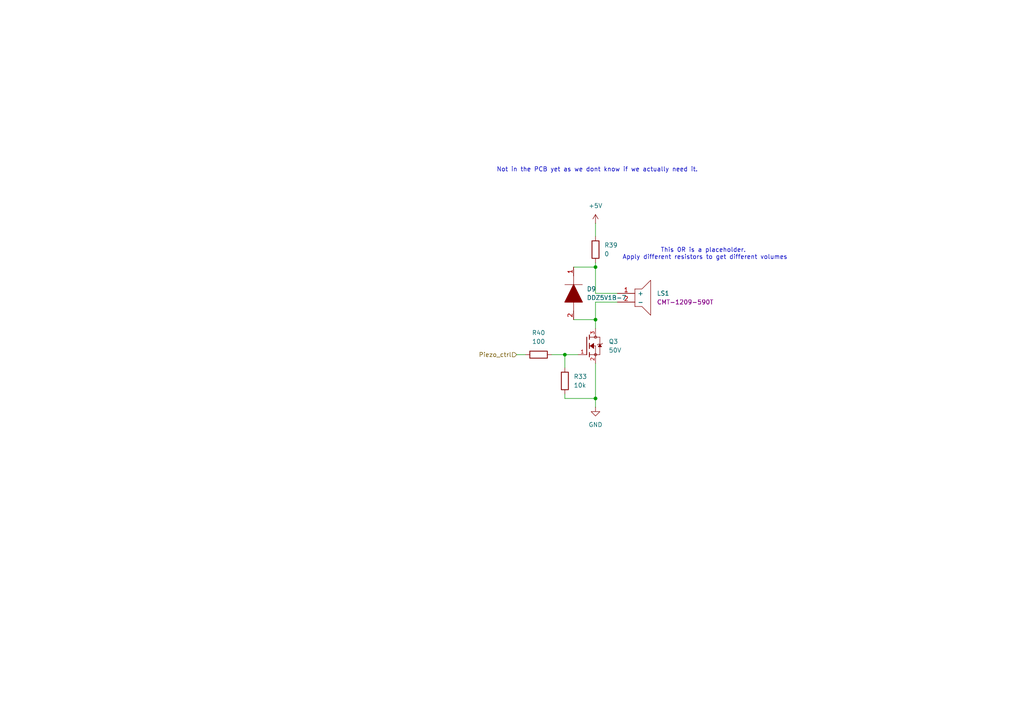
<source format=kicad_sch>
(kicad_sch (version 20250114) (generator "eeschema") (generator_version "9.0")
  (paper "A4")
  (lib_symbols
    (symbol "#dzdb:g_res/R-0-0603" (pin_numbers hide) (pin_names (offset 0))
      (property "Reference" "R" (at 2.032 0 90))
      (property "Value" "0" (at 0 0 90))
      (symbol "g_res/R-0-0603_0_1"
        (rectangle (start -1.016 -2.54) (end 1.016 2.54) (stroke (width 0.254)))
      )
      (symbol "g_res/R-0-0603_1_1"
        (pin passive line (at 0 3.81 270) (length 1.27) (name "~") (number "1"))
        (pin passive line (at 0 -3.81 90) (length 1.27) (name "~") (number "2"))
      )
    )
    (symbol "#dzdb:g_res/R-100-0402" (pin_numbers hide) (pin_names (offset 0))
      (property "Reference" "R" (at 2.032 0 90))
      (property "Value" "100" (at 0 0 90))
      (symbol "g_res/R-100-0402_0_1"
        (rectangle (start -1.016 -2.54) (end 1.016 2.54) (stroke (width 0.254)))
      )
      (symbol "g_res/R-100-0402_1_1"
        (pin passive line (at 0 3.81 270) (length 1.27) (name "~") (number "1"))
        (pin passive line (at 0 -3.81 90) (length 1.27) (name "~") (number "2"))
      )
    )
    (symbol "#dzdb:g_res/R-10k-0603" (pin_numbers hide) (pin_names (offset 0))
      (property "Reference" "R" (at 2.032 0 90))
      (property "Value" "10k" (at 0 0 90))
      (symbol "g_res/R-10k-0603_0_1"
        (rectangle (start -1.016 -2.54) (end 1.016 2.54) (stroke (width 0.254)))
      )
      (symbol "g_res/R-10k-0603_1_1"
        (pin passive line (at 0 3.81 270) (length 1.27) (name "~") (number "1"))
        (pin passive line (at 0 -3.81 90) (length 1.27) (name "~") (number "2"))
      )
    )
    (symbol "#dzdb:s_dio/D-DIO-DDZ5V1B-7" (pin_names (offset 0.762))
      (property "Reference" "D" (at 11.43 5.08 0))
      (property "Value" "DDZ5V1B-7" (at 11.43 2.54 0))
      (symbol "s_dio/D-DIO-DDZ5V1B-7_0_0"
        (pin passive line (at 0 0 0) (length 2.54) (name "~") (number "1"))
        (pin passive line (at 15.24 0 180) (length 2.54) (name "~") (number "2"))
      )
      (symbol "s_dio/D-DIO-DDZ5V1B-7_0_1"
        (polyline (pts (xy 2.54 0) (xy 5.08 0)) (stroke (width 0.1524)))
        (polyline (pts (xy 5.08 2.54) (xy 5.08 -2.54)) (stroke (width 0.1524)))
        (polyline (pts (xy 5.08 0) (xy 10.16 2.54) (xy 10.16 -2.54) (xy 5.08 0)) (stroke (width 0.254)) (fill (type outline)))
        (polyline (pts (xy 10.16 0) (xy 12.7 0)) (stroke (width 0.1524)))
      )
    )
    (symbol "#dzdb:s_mech/M-SAMESKY-CMT-1209-590T" (pin_names (offset 0.762))
      (property "Reference" "LS" (at 11.43 0 0))
      (property "MPN" "CMT-1209-590T" (at 0 0 0))
      (symbol "s_mech/M-SAMESKY-CMT-1209-590T_0_0"
        (pin passive line (at 0 0 0) (length 5.08) (name "+") (number "1"))
        (pin passive line (at 0 -2.54 0) (length 5.08) (name "-") (number "2"))
      )
      (symbol "s_mech/M-SAMESKY-CMT-1209-590T_0_1"
        (polyline (pts (xy 5.08 1.27) (xy 5.08 -3.81)) (stroke (width 0.1524)))
        (polyline (pts (xy 5.08 1.27) (xy 7.112 1.27) (xy 9.652 3.81) (xy 9.652 -6.35) (xy 7.112 -3.81) (xy 5.08 -3.81)) (stroke (width 0.1524)))
      )
    )
    (symbol "#dzdb:s_misc/ONSE-BSS138" (pin_names (offset 1.016))
      (property "Reference" "Q" (at -8.89 2.54 0))
      (property "Value" "50V" (at -8.89 -7.62 0))
      (symbol "s_misc/ONSE-BSS138_0_0"
        (polyline (pts (xy 0 2.54) (xy 0 -2.54)) (stroke (width 0.254)))
        (polyline (pts (xy 0.762 3.175) (xy 0.762 2.54)) (stroke (width 0.254)))
        (polyline (pts (xy 0.762 2.54) (xy 0.762 1.905)) (stroke (width 0.254)))
        (polyline (pts (xy 0.762 2.54) (xy 3.81 2.54)) (stroke (width 0.1524)))
        (polyline (pts (xy 0.762 0.762) (xy 0.762 0)) (stroke (width 0.254)))
        (polyline (pts (xy 0.762 0) (xy 0.762 -0.762)) (stroke (width 0.254)))
        (polyline (pts (xy 0.762 0) (xy 2.54 0)) (stroke (width 0.1524)))
        (polyline (pts (xy 0.762 -1.905) (xy 0.762 -2.54)) (stroke (width 0.254)))
        (polyline (pts (xy 0.762 -2.54) (xy 0.762 -3.175)) (stroke (width 0.254)))
        (polyline (pts (xy 1.016 0) (xy 2.032 0.762) (xy 2.032 -0.762) (xy 1.016 0)) (stroke (width 0.1524)) (fill (type outline)))
        (circle (center 2.54 2.54) (radius 0.3592))
        (polyline (pts (xy 2.54 0) (xy 2.54 -2.54)) (stroke (width 0.1524)))
        (polyline (pts (xy 2.54 -2.54) (xy 0.762 -2.54)) (stroke (width 0.1524)))
        (polyline (pts (xy 2.54 -2.54) (xy 3.81 -2.54)) (stroke (width 0.1524)))
        (circle (center 2.54 -2.54) (radius 0.3592))
        (polyline (pts (xy 3.302 0.508) (xy 3.048 0.254)) (stroke (width 0.1524)))
        (polyline (pts (xy 3.81 2.54) (xy 3.81 0.508)) (stroke (width 0.1524)))
        (polyline (pts (xy 3.81 0.508) (xy 3.302 0.508)) (stroke (width 0.1524)))
        (polyline (pts (xy 3.81 0.508) (xy 3.81 -2.54)) (stroke (width 0.1524)))
        (polyline (pts (xy 3.81 0.508) (xy 3.302 -0.254) (xy 4.318 -0.254) (xy 3.81 0.508)) (stroke (width 0.1524)) (fill (type outline)))
        (polyline (pts (xy 4.318 0.508) (xy 3.81 0.508)) (stroke (width 0.1524)))
        (polyline (pts (xy 4.572 0.762) (xy 4.318 0.508)) (stroke (width 0.1524)))
        (pin passive line (at -2.54 -2.54 0) (length 2.54) (name "~") (number "1"))
        (pin passive line (at 2.54 5.08 270) (length 2.54) (name "~") (number "3"))
        (pin passive line (at 2.54 -5.08 90) (length 2.54) (name "~") (number "2"))
      )
    )
    (symbol "power:+5V" (power) (pin_numbers hide) (pin_names (offset 0) hide)
      (property "Value" "+5V" (at 0 3.556 0))
      (symbol "+5V_0_1"
        (polyline (pts (xy -0.762 1.27) (xy 0 2.54)))
        (polyline (pts (xy 0 2.54) (xy 0.762 1.27)))
        (polyline (pts (xy 0 0) (xy 0 2.54)))
      )
      (symbol "+5V_1_1"
        (pin power_in line (at 0 0 90) (length 0) (name "~") (number "1"))
      )
    )
    (symbol "power:GND" (power) (pin_numbers hide) (pin_names (offset 0) hide)
      (property "Value" "GND" (at 0 -3.81 0))
      (symbol "GND_0_1"
        (polyline (pts (xy 0 0) (xy 0 -1.27) (xy 1.27 -1.27) (xy 0 -2.54) (xy -1.27 -1.27) (xy 0 -1.27)))
      )
      (symbol "GND_1_1"
        (pin power_in line (at 0 0 270) (length 0) (name "~") (number "1"))
      )
    )
  )
  (junction (at 172.72 92.71))
  (junction (at 172.72 77.47))
  (junction (at 163.83 102.87))
  (junction (at 172.72 115.57))
  (wire (pts (xy 160.02 102.87) (xy 163.83 102.87)))
  (wire (pts (xy 172.72 76.2) (xy 172.72 77.47)))
  (wire (pts (xy 172.72 105.41) (xy 172.72 115.57)))
  (wire (pts (xy 172.72 115.57) (xy 172.72 118.11)))
  (wire (pts (xy 172.72 77.47) (xy 172.72 85.09)))
  (wire (pts (xy 166.37 77.47) (xy 172.72 77.47)))
  (wire (pts (xy 172.72 87.63) (xy 172.72 92.71)))
  (wire (pts (xy 163.83 102.87) (xy 163.83 106.68)))
  (wire (pts (xy 172.72 64.77) (xy 172.72 68.58)))
  (wire (pts (xy 163.83 114.3) (xy 163.83 115.57)))
  (wire (pts (xy 163.83 102.87) (xy 167.64 102.87)))
  (wire (pts (xy 172.72 87.63) (xy 179.07 87.63)))
  (wire (pts (xy 163.83 115.57) (xy 172.72 115.57)))
  (wire (pts (xy 172.72 85.09) (xy 179.07 85.09)))
  (wire (pts (xy 149.86 102.87) (xy 152.4 102.87)))
  (wire (pts (xy 172.72 92.71) (xy 172.72 95.25)))
  (wire (pts (xy 166.37 92.71) (xy 172.72 92.71)))
  (text "This 0R is a placeholder. \nApply different resistors to get different volumes\n" (at 204.47 73.66 0) (effects (font (size 1.27 1.27))))
  (text "Not in the PCB yet as we dont know if we actually need it." (at 173.228 49.276 0) (effects (font (size 1.27 1.27))))
  (hierarchical_label "Piezo_ctrl" (shape input) (at 149.86 102.87 180))
  (symbol (lib_id "power:+5V") (at 172.72 64.77 0) (unit 1)
    (property "Reference" "#PWR044" (effects (hide yes)))
    (property "Value" "+5V" (at 172.72 59.69 0))
    (property "Description" "Power symbol creates a global label with name \"+5V\"" (effects (hide yes)))
  )
  (symbol (lib_id "#dzdb:s_mech/M-SAMESKY-CMT-1209-590T") (at 179.07 85.09 0) (unit 1)
    (property "Reference" "LS1" (at 190.5 85.0899 0) (effects (justify left)))
    (property "Value" "Piezo Buzzers & Audio Indicators 12mmx9mm deep Mag 5V 2048Hz" (effects (hide yes)))
    (property "Footprint" "dz_mech:CMT1209590T" (effects (hide yes)))
    (property "Datasheet" "https://www.mouser.ch/datasheet/3/6118/1/cmt_1209_590t.pdf" (effects (hide yes)))
    (property "Description" "12mm x 9mm piezo buzzer" (effects (hide yes)))
    (property "Description_1" "12 mm, 5 Vo-p, 90 dB, Through Hole, Magnetic Audio Transducer Buzzer" (effects (hide yes)))
    (property "Height" "9.5" (effects (hide yes)))
    (property "Mouser Part Number" "179-CMT-1209-590T" (effects (hide yes)))
    (property "Mouser Price/Stock" "https://www.mouser.co.uk/ProductDetail/CUI-Devices/CMT-1209-590T?qs=i8QVZAFTkqRIO%2FWtiCRGPw%3D%3D" (effects (hide yes)))
    (property "Manufacturer_Name" "Same Sky" (effects (hide yes)))
    (property "Manufacturer_Part_Number" "CMT-1209-590T" (effects (hide yes)))
    (property "IPN" "M-SAMESKY-CMT-1209-590T" (effects (hide yes)))
    (property "MPN" "CMT-1209-590T" (at 190.5 87.6299 0) (effects (justify left)))
    (property "Manufacturer" "Same Sky" (effects (hide yes)))
    (property "Symbol" "dz_mech:CMT-1209-590T" (effects (hide yes)))
    (property "Type" "Piezo Buzzer" (effects (hide yes)))
    (property "Supplier" "Mouser" (effects (hide yes)))
    (property "SPN" "179-CMT-1209-590T" (effects (hide yes)))
    (property "LCSC" "..." (effects (hide yes)))
  )
  (symbol (lib_id "#dzdb:g_res/R-10k-0603") (at 163.83 110.49 0) (unit 1)
    (property "Reference" "R33" (at 166.37 109.2199 0) (effects (justify left)))
    (property "Value" "10k" (at 166.37 111.7599 0) (effects (justify left)))
    (property "Footprint" "Resistor_SMD:R_0603_1608Metric" (effects (hide yes)))
    (property "Datasheet" "https://www.we-online.com/components/products/datasheet/560112116005.pdf" (effects (hide yes)))
    (property "Description" "Thick Film Resistors - SMD WRIS-RSKS 10 kOhms 1 % 0.1 W 0603" (effects (hide yes)))
    (property "IPN" "R-10k-0603" (effects (hide yes)))
    (property "MPN" "560112116005" (effects (hide yes)))
    (property "Manufacturer" "Wurth Elektronik" (effects (hide yes)))
    (property "Resistance" "10k" (effects (hide yes)))
    (property "Power" "0.1 W" (effects (hide yes)))
    (property "Material" "Thick film" (effects (hide yes)))
    (property "Tolerance" "1 %" (effects (hide yes)))
    (property "Supplier" "Mouser" (effects (hide yes)))
    (property "SPN" "710-560112116005" (effects (hide yes)))
    (property "LCSC" "CXXXXX" (effects (hide yes)))
    (property "Comment" "lifecycle=Active; note=Auto-generated" (effects (hide yes)))
  )
  (symbol (lib_id "#dzdb:s_dio/D-DIO-DDZ5V1B-7") (at 166.37 77.47 270) (unit 1)
    (property "Reference" "D9" (at 170.18 83.8199 90) (effects (justify left)))
    (property "Value" "DDZ5V1B-7" (at 170.18 86.3599 90) (effects (justify left)))
    (property "Footprint" "dz_dio:SOD3716X145N" (effects (hide yes)))
    (property "Datasheet" "https://4donline.ihs.com/images/VipMasterIC/IC/DIOD/DIOD-S-A0004140741/DIOD-S-A0004140741-1.pdf?hkey=CECEF36DEECDED6468708AAF2E19C0C6" (effects (hide yes)))
    (property "Description" "Zener Diodes 500mW 5.1V Zener" (effects (hide yes)))
    (property "Description_1" "Diode Zener Single 5.07V 500mW Automotive 2-Pin SOD-123 T/R" (effects (hide yes)))
    (property "Height" "1.45" (effects (hide yes)))
    (property "Mouser Part Number" "621-DDZ5V1B-7" (effects (hide yes)))
    (property "Mouser Price/Stock" "https://www.mouser.co.uk/ProductDetail/Diodes-Incorporated/DDZ5V1B-7?qs=SSucg2PyLi5mc%252BUUcOU%252BZw%3D%3D" (effects (hide yes)))
    (property "Manufacturer_Name" "Diodes Incorporated" (effects (hide yes)))
    (property "Manufacturer_Part_Number" "DDZ5V1B-7" (effects (hide yes)))
    (property "IPN" "D-DIO-DDZ5V1B-7" (effects (hide yes)))
    (property "MPN" "DDZ5V1B-7" (effects (hide yes)))
    (property "Manufacturer" "Diodes Incorporated" (effects (hide yes)))
    (property "Type" "Zener Diode" (effects (hide yes)))
    (property "Vf" "0.9V" (effects (hide yes)))
    (property "If" "10mA" (effects (hide yes)))
    (property "Supplier" "Mouser" (effects (hide yes)))
    (property "SPN" "621-DDZ5V1B-7" (effects (hide yes)))
  )
  (symbol (lib_id "#dzdb:s_misc/ONSE-BSS138") (at 170.18 100.33 0) (unit 1)
    (property "Reference" "Q3" (at 176.53 99.0599 0) (effects (justify left)))
    (property "Value" "50V" (at 176.53 101.5999 0) (effects (justify left)))
    (property "Footprint" "dz_dio:onsemi_Mosfet_BSS138" (effects (hide yes)))
    (property "Datasheet" "https://www.snapeda.com/parts/BSS138/onsemi/datasheet/" (effects (hide yes)))
    (property "Description" "MOSFETs SOT-23 N-CH LOGIC" (effects (hide yes)))
    (property "MF" "onsemi" (effects (hide yes)))
    (property "MAXIMUM_PACKAGE_HEIGHT" "1.11 mm" (effects (hide yes)))
    (property "Package" "SOT-23-3 ON Semiconductor" (effects (hide yes)))
    (property "Price" "None" (effects (hide yes)))
    (property "Check_prices" "https://www.snapeda.com/parts/BSS138/Onsemi/view-part/?ref=eda" (effects (hide yes)))
    (property "STANDARD" "IPC 7351B" (effects (hide yes)))
    (property "PARTREV" "30 Jan 2018" (effects (hide yes)))
    (property "SnapEDA_Link" "https://www.snapeda.com/parts/BSS138/Onsemi/view-part/?ref=snap" (effects (hide yes)))
    (property "MP" "BSS138" (effects (hide yes)))
    (property "Description_1" "N-Channel 50 V 220mA (Ta) 350mW (Ta) Surface Mount SOT-23-3" (effects (hide yes)))
    (property "Availability" "In Stock" (effects (hide yes)))
    (property "MANUFACTURER" "ON Semiconductor" (effects (hide yes)))
    (property "IPN" "ONSE-BSS138" (effects (hide yes)))
    (property "MPN" "BSS138" (effects (hide yes)))
    (property "Manufacturer" "onsemi / Fairchild" (effects (hide yes)))
    (property "Symbol" "dz_dio:onsemi_Mosfet_BSS138" (effects (hide yes)))
    (property "Type" "MOSFETs" (effects (hide yes)))
    (property "Supplier" "Mouser" (effects (hide yes)))
    (property "SPN" "512-BSS138" (effects (hide yes)))
  )
  (symbol (lib_id "#dzdb:g_res/R-0-0603") (at 172.72 72.39 0) (unit 1)
    (property "Reference" "R39" (at 175.26 71.1199 0) (effects (justify left)))
    (property "Value" "0" (at 175.26 73.6599 0) (effects (justify left)))
    (property "Footprint" "Resistor_SMD:R_0603_1608Metric" (effects (hide yes)))
    (property "Datasheet" "https://www.we-online.com/components/products/datasheet/560112116001.pdf" (effects (hide yes)))
    (property "Description" "Thick Film Resistors - SMD WRIS-RSKS <0.05 Ohms  0.1 W Jumper 0603" (effects (hide yes)))
    (property "IPN" "R-0-0603" (effects (hide yes)))
    (property "MPN" "560112116001" (effects (hide yes)))
    (property "Manufacturer" "Wurth Elektronik" (effects (hide yes)))
    (property "Resistance" "0" (effects (hide yes)))
    (property "Power" "0.1W" (effects (hide yes)))
    (property "Material" "Thick film" (effects (hide yes)))
    (property "Tolerance" "5%" (effects (hide yes)))
    (property "Supplier" "Mouser" (effects (hide yes)))
    (property "SPN" "710-560112116001" (effects (hide yes)))
    (property "LCSC" "CXXXXX" (effects (hide yes)))
    (property "Comment" "lifecycle=Active; note=Auto-generated" (effects (hide yes)))
  )
  (symbol (lib_id "#dzdb:g_res/R-100-0402") (at 156.21 102.87 90) (unit 1)
    (property "Reference" "R40" (at 156.21 96.52 90))
    (property "Value" "100" (at 156.21 99.06 90))
    (property "Footprint" "Resistor_SMD:R_0402_1005Metric" (effects (hide yes)))
    (property "Datasheet" "https://industrial.panasonic.com/ww/products/pt/general-purpose-chip-resistors/models/ERJ2RKF1000X" (effects (hide yes)))
    (property "Description" "Res 100Ω 0.1W 0402 Thick Film 1%" (effects (hide yes)))
    (property "IPN" "R-100-0402" (effects (hide yes)))
    (property "MPN" "ERJ-2RKF1000X" (effects (hide yes)))
    (property "Manufacturer" "Panasonic" (effects (hide yes)))
    (property "Resistance" "100" (effects (hide yes)))
    (property "Power" "0.1W" (effects (hide yes)))
    (property "Material" "Thick Film" (effects (hide yes)))
    (property "Tolerance" "1%" (effects (hide yes)))
    (property "Supplier" "Mouser" (effects (hide yes)))
    (property "SPN" "667-ERJ-2RKF1000X" (effects (hide yes)))
    (property "LCSC" "C413063" (effects (hide yes)))
    (property "Comment" "lifecycle=Active; TCR=±100ppm/°C" (effects (hide yes)))
  )
  (symbol (lib_id "power:GND") (at 172.72 118.11 0) (unit 1)
    (property "Reference" "#PWR041" (effects (hide yes)))
    (property "Value" "GND" (at 172.72 123.19 0))
    (property "Description" "Power symbol creates a global label with name \"GND\" , ground" (effects (hide yes)))
  )
)
</source>
